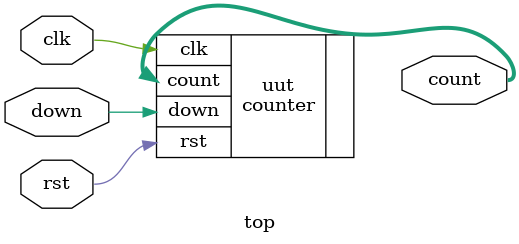
<source format=v>
`timescale 1ps/1ps

module top (
    input clk,
    input rst,
    input down,
    output [3:0] count
    );

    counter #(.N(4)) uut (
        .clk(clk),
        .rst(rst),
        .down(down),
        .count(count)
    );

endmodule
</source>
